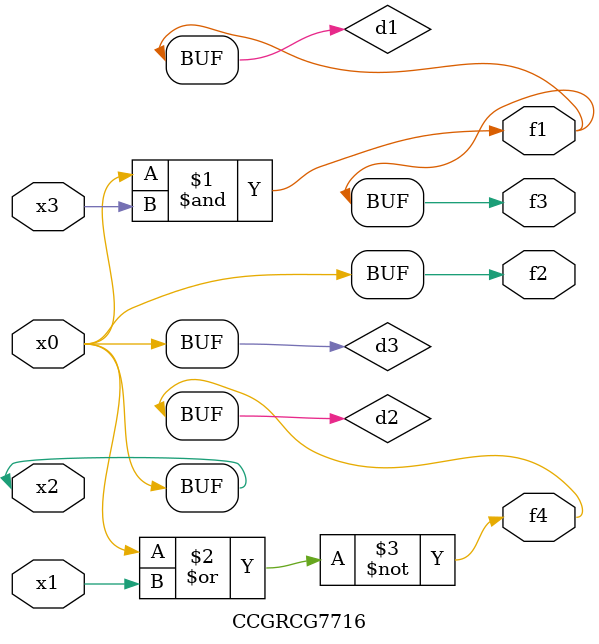
<source format=v>
module CCGRCG7716(
	input x0, x1, x2, x3,
	output f1, f2, f3, f4
);

	wire d1, d2, d3;

	and (d1, x2, x3);
	nor (d2, x0, x1);
	buf (d3, x0, x2);
	assign f1 = d1;
	assign f2 = d3;
	assign f3 = d1;
	assign f4 = d2;
endmodule

</source>
